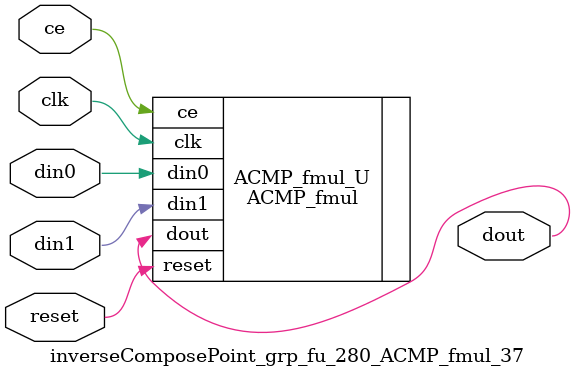
<source format=v>

`timescale 1 ns / 1 ps
module inverseComposePoint_grp_fu_280_ACMP_fmul_37(
    clk,
    reset,
    ce,
    din0,
    din1,
    dout);

parameter ID = 32'd1;
parameter NUM_STAGE = 32'd1;
parameter din0_WIDTH = 32'd1;
parameter din1_WIDTH = 32'd1;
parameter dout_WIDTH = 32'd1;
input clk;
input reset;
input ce;
input[din0_WIDTH - 1:0] din0;
input[din1_WIDTH - 1:0] din1;
output[dout_WIDTH - 1:0] dout;



ACMP_fmul #(
.ID( ID ),
.NUM_STAGE( 4 ),
.din0_WIDTH( din0_WIDTH ),
.din1_WIDTH( din1_WIDTH ),
.dout_WIDTH( dout_WIDTH ))
ACMP_fmul_U(
    .clk( clk ),
    .reset( reset ),
    .ce( ce ),
    .din0( din0 ),
    .din1( din1 ),
    .dout( dout ));

endmodule

</source>
